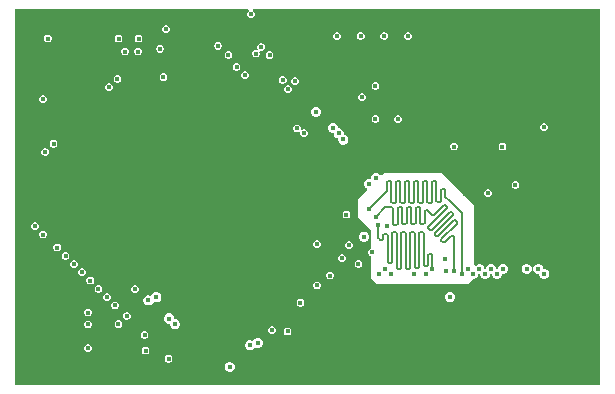
<source format=gbl>
G04*
G04 #@! TF.GenerationSoftware,Altium Limited,Altium Designer,24.5.2 (23)*
G04*
G04 Layer_Physical_Order=4*
G04 Layer_Color=16711680*
%FSLAX44Y44*%
%MOMM*%
G71*
G04*
G04 #@! TF.SameCoordinates,69858205-0F2E-4D39-B2D1-A8915E6FFAA9*
G04*
G04*
G04 #@! TF.FilePolarity,Positive*
G04*
G01*
G75*
%ADD15C,0.1270*%
%ADD73C,0.4500*%
G36*
X334961Y-159961D02*
X-160961D01*
X-160961Y157961D01*
X36751Y157961D01*
X37072Y157014D01*
X37095Y156691D01*
X36245Y155841D01*
X35750Y154647D01*
Y153354D01*
X36245Y152159D01*
X37159Y151245D01*
X38354Y150750D01*
X39646D01*
X40841Y151245D01*
X41755Y152159D01*
X42250Y153354D01*
Y154647D01*
X41755Y155841D01*
X40905Y156691D01*
X40928Y157014D01*
X41249Y157961D01*
X334961Y157961D01*
X334961Y-159961D01*
D02*
G37*
%LPC*%
G36*
X-32353Y144250D02*
X-33646D01*
X-34841Y143755D01*
X-35755Y142841D01*
X-36250Y141646D01*
Y140354D01*
X-35755Y139159D01*
X-34841Y138245D01*
X-33646Y137750D01*
X-32353D01*
X-31159Y138245D01*
X-30245Y139159D01*
X-29750Y140354D01*
Y141646D01*
X-30245Y142841D01*
X-31159Y143755D01*
X-32353Y144250D01*
D02*
G37*
G36*
X172647Y138250D02*
X171354D01*
X170159Y137755D01*
X169245Y136841D01*
X168750Y135647D01*
Y134354D01*
X169245Y133159D01*
X170159Y132245D01*
X171354Y131750D01*
X172647D01*
X173841Y132245D01*
X174755Y133159D01*
X175250Y134354D01*
Y135647D01*
X174755Y136841D01*
X173841Y137755D01*
X172647Y138250D01*
D02*
G37*
G36*
X132647Y138250D02*
X131354D01*
X130159Y137755D01*
X129245Y136841D01*
X128750Y135647D01*
Y134354D01*
X129245Y133159D01*
X130159Y132245D01*
X131354Y131750D01*
X132647D01*
X133841Y132245D01*
X134755Y133159D01*
X135250Y134354D01*
Y135647D01*
X134755Y136841D01*
X133841Y137755D01*
X132647Y138250D01*
D02*
G37*
G36*
X152646Y138250D02*
X151353D01*
X150159Y137755D01*
X149245Y136841D01*
X148750Y135646D01*
Y134354D01*
X149245Y133159D01*
X150159Y132245D01*
X151353Y131750D01*
X152646D01*
X153841Y132245D01*
X154755Y133159D01*
X155250Y134354D01*
Y135646D01*
X154755Y136841D01*
X153841Y137755D01*
X152646Y138250D01*
D02*
G37*
G36*
X112646D02*
X111353D01*
X110159Y137755D01*
X109245Y136841D01*
X108750Y135646D01*
Y134354D01*
X109245Y133159D01*
X110159Y132245D01*
X111353Y131750D01*
X112646D01*
X113841Y132245D01*
X114755Y133159D01*
X115250Y134354D01*
Y135646D01*
X114755Y136841D01*
X113841Y137755D01*
X112646Y138250D01*
D02*
G37*
G36*
X-55353Y136250D02*
X-56646D01*
X-57841Y135755D01*
X-58755Y134841D01*
X-59250Y133646D01*
Y132353D01*
X-58755Y131159D01*
X-57841Y130245D01*
X-56646Y129750D01*
X-55353D01*
X-54159Y130245D01*
X-53245Y131159D01*
X-52750Y132353D01*
Y133646D01*
X-53245Y134841D01*
X-54159Y135755D01*
X-55353Y136250D01*
D02*
G37*
G36*
X-72354D02*
X-73646D01*
X-74841Y135755D01*
X-75755Y134841D01*
X-76250Y133646D01*
Y132353D01*
X-75755Y131159D01*
X-74841Y130245D01*
X-73646Y129750D01*
X-72354D01*
X-71159Y130245D01*
X-70245Y131159D01*
X-69750Y132353D01*
Y133646D01*
X-70245Y134841D01*
X-71159Y135755D01*
X-72354Y136250D01*
D02*
G37*
G36*
X-132353D02*
X-133646D01*
X-134841Y135755D01*
X-135755Y134841D01*
X-136250Y133646D01*
Y132353D01*
X-135755Y131159D01*
X-134841Y130245D01*
X-133646Y129750D01*
X-132353D01*
X-131159Y130245D01*
X-130245Y131159D01*
X-129750Y132353D01*
Y133646D01*
X-130245Y134841D01*
X-131159Y135755D01*
X-132353Y136250D01*
D02*
G37*
G36*
X11681Y130250D02*
X10388D01*
X9194Y129755D01*
X8280Y128841D01*
X7785Y127647D01*
Y126354D01*
X8280Y125159D01*
X9194Y124245D01*
X10388Y123750D01*
X11681D01*
X12876Y124245D01*
X13790Y125159D01*
X14285Y126354D01*
Y127647D01*
X13790Y128841D01*
X12876Y129755D01*
X11681Y130250D01*
D02*
G37*
G36*
X48535Y129139D02*
X47242D01*
X46048Y128644D01*
X45133Y127730D01*
X44639Y126535D01*
Y125242D01*
X44932Y124533D01*
X43961Y123561D01*
X43886Y123592D01*
X42594D01*
X41399Y123097D01*
X40485Y122183D01*
X39990Y120988D01*
Y119696D01*
X40485Y118501D01*
X41399Y117587D01*
X42594Y117092D01*
X43886D01*
X45081Y117587D01*
X45995Y118501D01*
X46490Y119696D01*
Y120988D01*
X46196Y121697D01*
X47168Y122669D01*
X47242Y122639D01*
X48535D01*
X49730Y123133D01*
X50644Y124048D01*
X51139Y125242D01*
Y126535D01*
X50644Y127730D01*
X49730Y128644D01*
X48535Y129139D01*
D02*
G37*
G36*
X-37075Y127660D02*
X-38368D01*
X-39562Y127165D01*
X-40476Y126251D01*
X-40971Y125056D01*
Y123763D01*
X-40476Y122569D01*
X-39562Y121655D01*
X-38368Y121160D01*
X-37075D01*
X-35880Y121655D01*
X-34966Y122569D01*
X-34471Y123763D01*
Y125056D01*
X-34966Y126251D01*
X-35880Y127165D01*
X-37075Y127660D01*
D02*
G37*
G36*
X-55753Y125250D02*
X-57046D01*
X-58241Y124755D01*
X-59155Y123841D01*
X-59650Y122647D01*
Y121354D01*
X-59155Y120159D01*
X-58241Y119245D01*
X-57046Y118750D01*
X-55753D01*
X-54559Y119245D01*
X-53645Y120159D01*
X-53150Y121354D01*
Y122647D01*
X-53645Y123841D01*
X-54559Y124755D01*
X-55753Y125250D01*
D02*
G37*
G36*
X-66954Y125250D02*
X-68246D01*
X-69441Y124755D01*
X-70355Y123841D01*
X-70850Y122646D01*
Y121353D01*
X-70355Y120159D01*
X-69441Y119245D01*
X-68246Y118750D01*
X-66954D01*
X-65759Y119245D01*
X-64845Y120159D01*
X-64350Y121353D01*
Y122646D01*
X-64845Y123841D01*
X-65759Y124755D01*
X-66954Y125250D01*
D02*
G37*
G36*
X20647Y122245D02*
X19354D01*
X18159Y121750D01*
X17245Y120836D01*
X16750Y119641D01*
Y118348D01*
X17245Y117154D01*
X18159Y116240D01*
X19354Y115745D01*
X20647D01*
X21841Y116240D01*
X22755Y117154D01*
X23250Y118348D01*
Y119641D01*
X22755Y120836D01*
X21841Y121750D01*
X20647Y122245D01*
D02*
G37*
G36*
X55535Y122139D02*
X54242D01*
X53048Y121644D01*
X52133Y120730D01*
X51639Y119535D01*
Y118242D01*
X52133Y117048D01*
X53048Y116133D01*
X54242Y115639D01*
X55535D01*
X56730Y116133D01*
X57644Y117048D01*
X58139Y118242D01*
Y119535D01*
X57644Y120730D01*
X56730Y121644D01*
X55535Y122139D01*
D02*
G37*
G36*
X27647Y112250D02*
X26353D01*
X25159Y111755D01*
X24245Y110841D01*
X23750Y109647D01*
Y108354D01*
X24245Y107159D01*
X25159Y106245D01*
X26353Y105750D01*
X27647D01*
X28841Y106245D01*
X29755Y107159D01*
X30250Y108354D01*
Y109647D01*
X29755Y110841D01*
X28841Y111755D01*
X27647Y112250D01*
D02*
G37*
G36*
X34646Y105250D02*
X33354D01*
X32159Y104755D01*
X31245Y103841D01*
X30750Y102647D01*
Y101354D01*
X31245Y100159D01*
X32159Y99245D01*
X33354Y98750D01*
X34646D01*
X35841Y99245D01*
X36755Y100159D01*
X37250Y101354D01*
Y102647D01*
X36755Y103841D01*
X35841Y104755D01*
X34646Y105250D01*
D02*
G37*
G36*
X-34354Y103460D02*
X-35647D01*
X-36841Y102965D01*
X-37755Y102051D01*
X-38250Y100856D01*
Y99564D01*
X-37755Y98369D01*
X-36841Y97455D01*
X-35647Y96960D01*
X-34354D01*
X-33159Y97455D01*
X-32245Y98369D01*
X-31750Y99564D01*
Y100856D01*
X-32245Y102051D01*
X-33159Y102965D01*
X-34354Y103460D01*
D02*
G37*
G36*
X-73242Y102139D02*
X-74535D01*
X-75730Y101644D01*
X-76644Y100730D01*
X-77139Y99535D01*
Y98242D01*
X-76644Y97048D01*
X-75730Y96133D01*
X-74535Y95639D01*
X-73242D01*
X-72048Y96133D01*
X-71133Y97048D01*
X-70639Y98242D01*
Y99535D01*
X-71133Y100730D01*
X-72048Y101644D01*
X-73242Y102139D01*
D02*
G37*
G36*
X66611Y101171D02*
X65318D01*
X64124Y100676D01*
X63209Y99762D01*
X62715Y98567D01*
Y97274D01*
X63209Y96080D01*
X64124Y95166D01*
X65318Y94671D01*
X66611D01*
X67806Y95166D01*
X68720Y96080D01*
X69215Y97274D01*
Y98567D01*
X68720Y99762D01*
X67806Y100676D01*
X66611Y101171D01*
D02*
G37*
G36*
X77061Y100431D02*
X75768D01*
X74573Y99937D01*
X73659Y99022D01*
X73164Y97828D01*
Y96535D01*
X73659Y95340D01*
X74573Y94426D01*
X75768Y93931D01*
X77061D01*
X78255Y94426D01*
X79169Y95340D01*
X79664Y96535D01*
Y97828D01*
X79169Y99022D01*
X78255Y99937D01*
X77061Y100431D01*
D02*
G37*
G36*
X145146Y96250D02*
X143853D01*
X142659Y95755D01*
X141745Y94841D01*
X141250Y93647D01*
Y92354D01*
X141745Y91159D01*
X142659Y90245D01*
X143853Y89750D01*
X145146D01*
X146341Y90245D01*
X147255Y91159D01*
X147750Y92354D01*
Y93647D01*
X147255Y94841D01*
X146341Y95755D01*
X145146Y96250D01*
D02*
G37*
G36*
X-80242Y95139D02*
X-81535D01*
X-82730Y94644D01*
X-83644Y93730D01*
X-84139Y92535D01*
Y91242D01*
X-83644Y90048D01*
X-82730Y89133D01*
X-81535Y88639D01*
X-80242D01*
X-79048Y89133D01*
X-78134Y90048D01*
X-77639Y91242D01*
Y92535D01*
X-78134Y93730D01*
X-79048Y94644D01*
X-80242Y95139D01*
D02*
G37*
G36*
X71252Y93655D02*
X69960D01*
X68765Y93160D01*
X67851Y92246D01*
X67356Y91051D01*
Y89759D01*
X67851Y88564D01*
X68765Y87650D01*
X69960Y87155D01*
X71252D01*
X72447Y87650D01*
X73361Y88564D01*
X73856Y89759D01*
Y91051D01*
X73361Y92246D01*
X72447Y93160D01*
X71252Y93655D01*
D02*
G37*
G36*
X133647Y86650D02*
X132354D01*
X131159Y86155D01*
X130245Y85241D01*
X129750Y84046D01*
Y82753D01*
X130245Y81559D01*
X131159Y80645D01*
X132354Y80150D01*
X133647D01*
X134841Y80645D01*
X135756Y81559D01*
X136250Y82753D01*
Y84046D01*
X135756Y85241D01*
X134841Y86155D01*
X133647Y86650D01*
D02*
G37*
G36*
X-136354Y85250D02*
X-137647D01*
X-138841Y84755D01*
X-139755Y83841D01*
X-140250Y82646D01*
Y81354D01*
X-139755Y80159D01*
X-138841Y79245D01*
X-137647Y78750D01*
X-136354D01*
X-135159Y79245D01*
X-134245Y80159D01*
X-133750Y81354D01*
Y82646D01*
X-134245Y83841D01*
X-135159Y84755D01*
X-136354Y85250D01*
D02*
G37*
G36*
X94845Y75250D02*
X93155D01*
X91593Y74603D01*
X90397Y73407D01*
X89750Y71845D01*
Y70155D01*
X90397Y68593D01*
X91593Y67397D01*
X93155Y66750D01*
X94845D01*
X96407Y67397D01*
X97603Y68593D01*
X98250Y70155D01*
Y71845D01*
X97603Y73407D01*
X96407Y74603D01*
X94845Y75250D01*
D02*
G37*
G36*
X164146Y68250D02*
X162854D01*
X161659Y67755D01*
X160745Y66841D01*
X160250Y65647D01*
Y64354D01*
X160745Y63159D01*
X161659Y62245D01*
X162854Y61750D01*
X164146D01*
X165341Y62245D01*
X166255Y63159D01*
X166750Y64354D01*
Y65647D01*
X166255Y66841D01*
X165341Y67755D01*
X164146Y68250D01*
D02*
G37*
G36*
X145146D02*
X143853D01*
X142659Y67755D01*
X141745Y66841D01*
X141250Y65647D01*
Y64354D01*
X141745Y63159D01*
X142659Y62245D01*
X143853Y61750D01*
X145146D01*
X146341Y62245D01*
X147255Y63159D01*
X147750Y64354D01*
Y65647D01*
X147255Y66841D01*
X146341Y67755D01*
X145146Y68250D01*
D02*
G37*
G36*
X287896Y61250D02*
X286604D01*
X285409Y60755D01*
X284495Y59841D01*
X284000Y58646D01*
Y57354D01*
X284495Y56159D01*
X285409Y55245D01*
X286604Y54750D01*
X287896D01*
X289091Y55245D01*
X290005Y56159D01*
X290500Y57354D01*
Y58646D01*
X290005Y59841D01*
X289091Y60755D01*
X287896Y61250D01*
D02*
G37*
G36*
X78646Y60250D02*
X77353D01*
X76159Y59755D01*
X75245Y58841D01*
X74750Y57646D01*
Y56353D01*
X75245Y55159D01*
X76159Y54245D01*
X77353Y53750D01*
X78646D01*
X79578Y54136D01*
X80132Y53905D01*
X80312Y53785D01*
X80750Y53358D01*
Y52354D01*
X81245Y51159D01*
X82159Y50245D01*
X83354Y49750D01*
X84647D01*
X85841Y50245D01*
X86755Y51159D01*
X87250Y52354D01*
Y53646D01*
X86755Y54841D01*
X85841Y55755D01*
X84647Y56250D01*
X83354D01*
X82422Y55864D01*
X81868Y56095D01*
X81688Y56215D01*
X81250Y56642D01*
Y57646D01*
X80755Y58841D01*
X79841Y59755D01*
X78646Y60250D01*
D02*
G37*
G36*
X109466Y61411D02*
X107775D01*
X106213Y60764D01*
X105018Y59569D01*
X104371Y58007D01*
Y56316D01*
X105018Y54754D01*
X106213Y53558D01*
X107775Y52911D01*
X109075D01*
Y51830D01*
X109722Y50268D01*
X110917Y49072D01*
X111918Y48658D01*
X112479Y48425D01*
X113092Y47184D01*
Y46720D01*
X113739Y45158D01*
X114934Y43962D01*
X116496Y43315D01*
X118187D01*
X119749Y43962D01*
X120945Y45158D01*
X121592Y46720D01*
Y48411D01*
X120945Y49973D01*
X119749Y51168D01*
X118748Y51583D01*
X118187Y51815D01*
X117575Y53057D01*
Y53521D01*
X116927Y55083D01*
X115732Y56278D01*
X114170Y56925D01*
X112871D01*
Y58007D01*
X112224Y59569D01*
X111028Y60764D01*
X109466Y61411D01*
D02*
G37*
G36*
X-127353Y47250D02*
X-128646D01*
X-129841Y46755D01*
X-130755Y45841D01*
X-131250Y44646D01*
Y43354D01*
X-130755Y42159D01*
X-129841Y41245D01*
X-128646Y40750D01*
X-127353D01*
X-126159Y41245D01*
X-125245Y42159D01*
X-124750Y43354D01*
Y44646D01*
X-125245Y45841D01*
X-126159Y46755D01*
X-127353Y47250D01*
D02*
G37*
G36*
X252647Y44850D02*
X251354D01*
X250159Y44355D01*
X249245Y43441D01*
X248750Y42247D01*
Y40954D01*
X249245Y39759D01*
X250159Y38845D01*
X251354Y38350D01*
X252647D01*
X253841Y38845D01*
X254755Y39759D01*
X255250Y40954D01*
Y42247D01*
X254755Y43441D01*
X253841Y44355D01*
X252647Y44850D01*
D02*
G37*
G36*
X211646Y44850D02*
X210354D01*
X209159Y44355D01*
X208245Y43441D01*
X207750Y42246D01*
Y40953D01*
X208245Y39759D01*
X209159Y38845D01*
X210354Y38350D01*
X211646D01*
X212841Y38845D01*
X213755Y39759D01*
X214250Y40953D01*
Y42246D01*
X213755Y43441D01*
X212841Y44355D01*
X211646Y44850D01*
D02*
G37*
G36*
X-134354Y40250D02*
X-135646D01*
X-136841Y39755D01*
X-137755Y38841D01*
X-138250Y37647D01*
Y36353D01*
X-137755Y35159D01*
X-136841Y34245D01*
X-135646Y33750D01*
X-134354D01*
X-133159Y34245D01*
X-132245Y35159D01*
X-131750Y36353D01*
Y37647D01*
X-132245Y38841D01*
X-133159Y39755D01*
X-134354Y40250D01*
D02*
G37*
G36*
X263647Y12250D02*
X262354D01*
X261159Y11755D01*
X260245Y10841D01*
X259750Y9646D01*
Y8354D01*
X260245Y7159D01*
X261159Y6245D01*
X262354Y5750D01*
X263647D01*
X264841Y6245D01*
X265755Y7159D01*
X266250Y8354D01*
Y9646D01*
X265755Y10841D01*
X264841Y11755D01*
X263647Y12250D01*
D02*
G37*
G36*
X240646Y5650D02*
X239353D01*
X238159Y5155D01*
X237245Y4241D01*
X236750Y3047D01*
Y1754D01*
X237245Y559D01*
X238159Y-355D01*
X239353Y-850D01*
X240646D01*
X241841Y-355D01*
X242755Y559D01*
X243250Y1754D01*
Y3047D01*
X242755Y4241D01*
X241841Y5155D01*
X240646Y5650D01*
D02*
G37*
G36*
X120646Y-12750D02*
X119354D01*
X118159Y-13245D01*
X117245Y-14159D01*
X116750Y-15353D01*
Y-16646D01*
X117245Y-17841D01*
X118159Y-18755D01*
X119354Y-19250D01*
X120646D01*
X121841Y-18755D01*
X122755Y-17841D01*
X123250Y-16646D01*
Y-15353D01*
X122755Y-14159D01*
X121841Y-13245D01*
X120646Y-12750D01*
D02*
G37*
G36*
X-143242Y-22639D02*
X-144535D01*
X-145730Y-23133D01*
X-146644Y-24048D01*
X-147139Y-25242D01*
Y-26535D01*
X-146644Y-27729D01*
X-145730Y-28644D01*
X-144535Y-29139D01*
X-143242D01*
X-142048Y-28644D01*
X-141133Y-27729D01*
X-140639Y-26535D01*
Y-25242D01*
X-141133Y-24048D01*
X-142048Y-23133D01*
X-143242Y-22639D01*
D02*
G37*
G36*
X-136354Y-29750D02*
X-137647D01*
X-138841Y-30245D01*
X-139755Y-31159D01*
X-140250Y-32354D01*
Y-33647D01*
X-139755Y-34841D01*
X-138841Y-35755D01*
X-137647Y-36250D01*
X-136354D01*
X-135159Y-35755D01*
X-134245Y-34841D01*
X-133750Y-33647D01*
Y-32354D01*
X-134245Y-31159D01*
X-135159Y-30245D01*
X-136354Y-29750D01*
D02*
G37*
G36*
X135845Y-30520D02*
X134155D01*
X132593Y-31167D01*
X131397Y-32363D01*
X130750Y-33925D01*
Y-35615D01*
X131397Y-37177D01*
X132593Y-38373D01*
X134155Y-39020D01*
X135845D01*
X137407Y-38373D01*
X138603Y-37177D01*
X139250Y-35615D01*
Y-33925D01*
X138603Y-32363D01*
X137407Y-31167D01*
X135845Y-30520D01*
D02*
G37*
G36*
X95646Y-37750D02*
X94354D01*
X93159Y-38245D01*
X92245Y-39159D01*
X91750Y-40353D01*
Y-41646D01*
X92245Y-42841D01*
X93159Y-43755D01*
X94354Y-44250D01*
X95646D01*
X96841Y-43755D01*
X97755Y-42841D01*
X98250Y-41646D01*
Y-40353D01*
X97755Y-39159D01*
X96841Y-38245D01*
X95646Y-37750D01*
D02*
G37*
G36*
X122838Y-38750D02*
X121545D01*
X120351Y-39245D01*
X119437Y-40159D01*
X118942Y-41354D01*
Y-42646D01*
X119437Y-43841D01*
X120351Y-44755D01*
X121545Y-45250D01*
X122838D01*
X124033Y-44755D01*
X124947Y-43841D01*
X125442Y-42646D01*
Y-41354D01*
X124947Y-40159D01*
X124033Y-39245D01*
X122838Y-38750D01*
D02*
G37*
G36*
X-124242Y-40639D02*
X-125535D01*
X-126730Y-41134D01*
X-127644Y-42048D01*
X-128139Y-43242D01*
Y-44535D01*
X-127644Y-45730D01*
X-126730Y-46644D01*
X-125535Y-47139D01*
X-124242D01*
X-123048Y-46644D01*
X-122134Y-45730D01*
X-121639Y-44535D01*
Y-43242D01*
X-122134Y-42048D01*
X-123048Y-41134D01*
X-124242Y-40639D01*
D02*
G37*
G36*
X-117242Y-47639D02*
X-118535D01*
X-119730Y-48134D01*
X-120644Y-49048D01*
X-121139Y-50242D01*
Y-51535D01*
X-120644Y-52730D01*
X-119730Y-53644D01*
X-118535Y-54139D01*
X-117242D01*
X-116048Y-53644D01*
X-115134Y-52730D01*
X-114639Y-51535D01*
Y-50242D01*
X-115134Y-49048D01*
X-116048Y-48134D01*
X-117242Y-47639D01*
D02*
G37*
G36*
X116646Y-49750D02*
X115353D01*
X114159Y-50245D01*
X113245Y-51159D01*
X112750Y-52354D01*
Y-53646D01*
X113245Y-54841D01*
X114159Y-55755D01*
X115353Y-56250D01*
X116646D01*
X117841Y-55755D01*
X118755Y-54841D01*
X119250Y-53646D01*
Y-52354D01*
X118755Y-51159D01*
X117841Y-50245D01*
X116646Y-49750D01*
D02*
G37*
G36*
X-110243Y-54639D02*
X-111535D01*
X-112730Y-55133D01*
X-113644Y-56048D01*
X-114139Y-57242D01*
Y-58535D01*
X-113644Y-59730D01*
X-112730Y-60644D01*
X-111535Y-61139D01*
X-110243D01*
X-109048Y-60644D01*
X-108134Y-59730D01*
X-107639Y-58535D01*
Y-57242D01*
X-108134Y-56048D01*
X-109048Y-55133D01*
X-110243Y-54639D01*
D02*
G37*
G36*
X130704Y-54750D02*
X129411D01*
X128217Y-55245D01*
X127302Y-56159D01*
X126808Y-57354D01*
Y-58646D01*
X127302Y-59841D01*
X128217Y-60755D01*
X129411Y-61250D01*
X130704D01*
X131898Y-60755D01*
X132813Y-59841D01*
X133308Y-58646D01*
Y-57354D01*
X132813Y-56159D01*
X131898Y-55245D01*
X130704Y-54750D01*
D02*
G37*
G36*
X273345Y-57750D02*
X271655D01*
X270093Y-58397D01*
X268897Y-59593D01*
X268250Y-61155D01*
Y-62845D01*
X268897Y-64407D01*
X270093Y-65603D01*
X271655Y-66250D01*
X273345D01*
X274907Y-65603D01*
X276103Y-64407D01*
X276750Y-62845D01*
Y-61155D01*
X276103Y-59593D01*
X274907Y-58397D01*
X273345Y-57750D01*
D02*
G37*
G36*
X-103243Y-61639D02*
X-104535D01*
X-105730Y-62133D01*
X-106644Y-63048D01*
X-107139Y-64242D01*
Y-65535D01*
X-106644Y-66730D01*
X-105730Y-67644D01*
X-104535Y-68139D01*
X-103243D01*
X-102048Y-67644D01*
X-101134Y-66730D01*
X-100639Y-65535D01*
Y-64242D01*
X-101134Y-63048D01*
X-102048Y-62133D01*
X-103243Y-61639D01*
D02*
G37*
G36*
X283345Y-57750D02*
X281655D01*
X280093Y-58397D01*
X278897Y-59593D01*
X278250Y-61155D01*
Y-62845D01*
X278897Y-64407D01*
X280093Y-65603D01*
X281655Y-66250D01*
X283250D01*
Y-67185D01*
X283897Y-68747D01*
X285093Y-69942D01*
X286655Y-70589D01*
X288345D01*
X289907Y-69942D01*
X291103Y-68747D01*
X291750Y-67185D01*
Y-65494D01*
X291103Y-63932D01*
X289907Y-62737D01*
X288345Y-62090D01*
X286750D01*
Y-61155D01*
X286103Y-59593D01*
X284907Y-58397D01*
X283345Y-57750D01*
D02*
G37*
G36*
X145845Y19250D02*
X144155D01*
X142593Y18603D01*
X141397Y17407D01*
X140750Y15845D01*
Y15250D01*
X139845Y14250D01*
X138155D01*
X136593Y13603D01*
X135397Y12407D01*
X134750Y10845D01*
Y9155D01*
X135397Y7593D01*
X136593Y6397D01*
X137306Y6102D01*
X137604Y4604D01*
X130000Y-3000D01*
Y-18000D01*
X141000Y-29000D01*
Y-44793D01*
X139909Y-45245D01*
X138995Y-46159D01*
X138500Y-47354D01*
Y-48646D01*
X138995Y-49841D01*
X139909Y-50755D01*
X141000Y-51207D01*
Y-70000D01*
X146000Y-75000D01*
X223000D01*
X227411Y-70589D01*
X228346D01*
X229907Y-69942D01*
X231103Y-68747D01*
X231750Y-67185D01*
Y-66250D01*
X233250D01*
Y-67185D01*
X233897Y-68747D01*
X235093Y-69942D01*
X236655Y-70589D01*
X238346D01*
X239907Y-69942D01*
X241103Y-68747D01*
X241750Y-67185D01*
Y-66250D01*
X243250D01*
Y-67185D01*
X243897Y-68747D01*
X245093Y-69942D01*
X246655Y-70589D01*
X248346D01*
X249907Y-69942D01*
X251103Y-68747D01*
X251750Y-67185D01*
Y-66250D01*
X253345D01*
X254907Y-65603D01*
X256103Y-64407D01*
X256750Y-62845D01*
Y-61155D01*
X256103Y-59593D01*
X254907Y-58397D01*
X253345Y-57750D01*
X251655D01*
X250093Y-58397D01*
X248897Y-59593D01*
X248250Y-61155D01*
Y-62090D01*
X246750D01*
Y-61155D01*
X246103Y-59593D01*
X244907Y-58397D01*
X243345Y-57750D01*
X241655D01*
X240093Y-58397D01*
X238897Y-59593D01*
X238250Y-61155D01*
Y-62090D01*
X236750D01*
Y-61155D01*
X236103Y-59593D01*
X234907Y-58397D01*
X233346Y-57750D01*
X231655D01*
X230093Y-58397D01*
X229270Y-59220D01*
X228000Y-58694D01*
Y-8000D01*
X201000Y19000D01*
X152000D01*
X149940Y16940D01*
X148694Y17187D01*
X148603Y17407D01*
X147407Y18603D01*
X145845Y19250D01*
D02*
G37*
G36*
X106647Y-64350D02*
X105354D01*
X104159Y-64845D01*
X103245Y-65759D01*
X102750Y-66954D01*
Y-68247D01*
X103245Y-69441D01*
X104159Y-70355D01*
X105354Y-70850D01*
X106647D01*
X107841Y-70355D01*
X108755Y-69441D01*
X109250Y-68247D01*
Y-66954D01*
X108755Y-65759D01*
X107841Y-64845D01*
X106647Y-64350D01*
D02*
G37*
G36*
X-96243Y-68639D02*
X-97535D01*
X-98730Y-69133D01*
X-99644Y-70048D01*
X-100139Y-71242D01*
Y-72535D01*
X-99644Y-73730D01*
X-98730Y-74644D01*
X-97535Y-75139D01*
X-96243D01*
X-95048Y-74644D01*
X-94134Y-73730D01*
X-93639Y-72535D01*
Y-71242D01*
X-94134Y-70048D01*
X-95048Y-69133D01*
X-96243Y-68639D01*
D02*
G37*
G36*
X95646Y-72750D02*
X94354D01*
X93159Y-73245D01*
X92245Y-74159D01*
X91750Y-75353D01*
Y-76646D01*
X92245Y-77841D01*
X93159Y-78755D01*
X94354Y-79250D01*
X95646D01*
X96841Y-78755D01*
X97755Y-77841D01*
X98250Y-76646D01*
Y-75353D01*
X97755Y-74159D01*
X96841Y-73245D01*
X95646Y-72750D01*
D02*
G37*
G36*
X-58354Y-75750D02*
X-59647D01*
X-60841Y-76245D01*
X-61755Y-77159D01*
X-62250Y-78354D01*
Y-79646D01*
X-61755Y-80841D01*
X-60841Y-81755D01*
X-59647Y-82250D01*
X-58354D01*
X-57159Y-81755D01*
X-56245Y-80841D01*
X-55750Y-79646D01*
Y-78354D01*
X-56245Y-77159D01*
X-57159Y-76245D01*
X-58354Y-75750D01*
D02*
G37*
G36*
X-89354D02*
X-90646D01*
X-91841Y-76245D01*
X-92755Y-77159D01*
X-93250Y-78354D01*
Y-79646D01*
X-92755Y-80841D01*
X-91841Y-81755D01*
X-90646Y-82250D01*
X-89354D01*
X-88159Y-81755D01*
X-87245Y-80841D01*
X-86750Y-79646D01*
Y-78354D01*
X-87245Y-77159D01*
X-88159Y-76245D01*
X-89354Y-75750D01*
D02*
G37*
G36*
X-40155Y-81750D02*
X-41845D01*
X-43407Y-82397D01*
X-44603Y-83593D01*
X-44736Y-83913D01*
X-46387Y-84581D01*
X-46822Y-84401D01*
X-48513D01*
X-50075Y-85048D01*
X-51270Y-86243D01*
X-51917Y-87806D01*
Y-89496D01*
X-51270Y-91058D01*
X-50075Y-92254D01*
X-48513Y-92901D01*
X-46822D01*
X-45260Y-92254D01*
X-44064Y-91058D01*
X-43932Y-90738D01*
X-42280Y-90070D01*
X-41845Y-90250D01*
X-40155D01*
X-38593Y-89603D01*
X-37397Y-88407D01*
X-36750Y-86845D01*
Y-85155D01*
X-37397Y-83593D01*
X-38593Y-82397D01*
X-40155Y-81750D01*
D02*
G37*
G36*
X-82134Y-82359D02*
X-83427D01*
X-84621Y-82853D01*
X-85535Y-83767D01*
X-86030Y-84962D01*
Y-86255D01*
X-85535Y-87449D01*
X-84621Y-88364D01*
X-83427Y-88858D01*
X-82134D01*
X-80939Y-88364D01*
X-80025Y-87449D01*
X-79530Y-86255D01*
Y-84962D01*
X-80025Y-83767D01*
X-80939Y-82853D01*
X-82134Y-82359D01*
D02*
G37*
G36*
X208345Y-81750D02*
X206655D01*
X205093Y-82397D01*
X203897Y-83593D01*
X203250Y-85155D01*
Y-86845D01*
X203897Y-88407D01*
X205093Y-89603D01*
X206655Y-90250D01*
X208345D01*
X209907Y-89603D01*
X211103Y-88407D01*
X211750Y-86845D01*
Y-85155D01*
X211103Y-83593D01*
X209907Y-82397D01*
X208345Y-81750D01*
D02*
G37*
G36*
X81646Y-87350D02*
X80353D01*
X79159Y-87845D01*
X78245Y-88759D01*
X77750Y-89953D01*
Y-91246D01*
X78245Y-92441D01*
X79159Y-93355D01*
X80353Y-93850D01*
X81646D01*
X82841Y-93355D01*
X83755Y-92441D01*
X84250Y-91246D01*
Y-89953D01*
X83755Y-88759D01*
X82841Y-87845D01*
X81646Y-87350D01*
D02*
G37*
G36*
X-75242Y-89639D02*
X-76535D01*
X-77730Y-90134D01*
X-78644Y-91048D01*
X-79139Y-92242D01*
Y-93535D01*
X-78644Y-94730D01*
X-77730Y-95644D01*
X-76535Y-96139D01*
X-75242D01*
X-74048Y-95644D01*
X-73133Y-94730D01*
X-72639Y-93535D01*
Y-92242D01*
X-73133Y-91048D01*
X-74048Y-90134D01*
X-75242Y-89639D01*
D02*
G37*
G36*
X-98354Y-95750D02*
X-99647D01*
X-100841Y-96245D01*
X-101755Y-97159D01*
X-102250Y-98354D01*
Y-99647D01*
X-101755Y-100841D01*
X-100841Y-101755D01*
X-99647Y-102250D01*
X-98354D01*
X-97159Y-101755D01*
X-96245Y-100841D01*
X-95750Y-99647D01*
Y-98354D01*
X-96245Y-97159D01*
X-97159Y-96245D01*
X-98354Y-95750D01*
D02*
G37*
G36*
X-65465Y-98639D02*
X-66757D01*
X-67952Y-99133D01*
X-68866Y-100048D01*
X-69361Y-101242D01*
Y-102535D01*
X-68866Y-103730D01*
X-67952Y-104644D01*
X-66757Y-105139D01*
X-65465D01*
X-64270Y-104644D01*
X-63356Y-103730D01*
X-62861Y-102535D01*
Y-101242D01*
X-63356Y-100048D01*
X-64270Y-99133D01*
X-65465Y-98639D01*
D02*
G37*
G36*
X-72465Y-105639D02*
X-73758D01*
X-74952Y-106134D01*
X-75866Y-107048D01*
X-76361Y-108243D01*
Y-109535D01*
X-75866Y-110730D01*
X-74952Y-111644D01*
X-73758Y-112139D01*
X-72465D01*
X-71270Y-111644D01*
X-70356Y-110730D01*
X-69861Y-109535D01*
Y-108243D01*
X-70356Y-107048D01*
X-71270Y-106134D01*
X-72465Y-105639D01*
D02*
G37*
G36*
X-98354Y-105750D02*
X-99647D01*
X-100841Y-106245D01*
X-101755Y-107159D01*
X-102250Y-108354D01*
Y-109647D01*
X-101755Y-110841D01*
X-100841Y-111755D01*
X-99647Y-112250D01*
X-98354D01*
X-97159Y-111755D01*
X-96245Y-110841D01*
X-95750Y-109647D01*
Y-108354D01*
X-96245Y-107159D01*
X-97159Y-106245D01*
X-98354Y-105750D01*
D02*
G37*
G36*
X-29155Y-99750D02*
X-30845D01*
X-32407Y-100397D01*
X-33603Y-101592D01*
X-34250Y-103154D01*
Y-104845D01*
X-33603Y-106407D01*
X-32407Y-107603D01*
X-30845Y-108250D01*
X-29250D01*
Y-109845D01*
X-28603Y-111407D01*
X-27407Y-112603D01*
X-25845Y-113250D01*
X-24155D01*
X-22592Y-112603D01*
X-21397Y-111407D01*
X-20750Y-109845D01*
Y-108154D01*
X-21397Y-106592D01*
X-22592Y-105397D01*
X-24155Y-104750D01*
X-25750D01*
Y-103154D01*
X-26397Y-101592D01*
X-27592Y-100397D01*
X-29155Y-99750D01*
D02*
G37*
G36*
X57535Y-110527D02*
X56242D01*
X55048Y-111021D01*
X54134Y-111936D01*
X53639Y-113130D01*
Y-114423D01*
X54134Y-115618D01*
X55048Y-116532D01*
X56242Y-117027D01*
X57535D01*
X58730Y-116532D01*
X59644Y-115618D01*
X60139Y-114423D01*
Y-113130D01*
X59644Y-111936D01*
X58730Y-111021D01*
X57535Y-110527D01*
D02*
G37*
G36*
X70712Y-111684D02*
X69419D01*
X68225Y-112179D01*
X67311Y-113093D01*
X66816Y-114288D01*
Y-115581D01*
X67311Y-116775D01*
X68225Y-117689D01*
X69419Y-118184D01*
X70712D01*
X71907Y-117689D01*
X72821Y-116775D01*
X73316Y-115581D01*
Y-114288D01*
X72821Y-113093D01*
X71907Y-112179D01*
X70712Y-111684D01*
D02*
G37*
G36*
X-50242Y-114639D02*
X-51535D01*
X-52730Y-115134D01*
X-53644Y-116048D01*
X-54139Y-117242D01*
Y-118535D01*
X-53644Y-119730D01*
X-52730Y-120644D01*
X-51535Y-121139D01*
X-50242D01*
X-49048Y-120644D01*
X-48134Y-119730D01*
X-47639Y-118535D01*
Y-117242D01*
X-48134Y-116048D01*
X-49048Y-115134D01*
X-50242Y-114639D01*
D02*
G37*
G36*
X45659Y-120473D02*
X43969D01*
X42407Y-121120D01*
X41211Y-122315D01*
X39650Y-122766D01*
X39070Y-122525D01*
X37379D01*
X35817Y-123172D01*
X34622Y-124368D01*
X33975Y-125930D01*
Y-127621D01*
X34622Y-129183D01*
X35817Y-130378D01*
X37379Y-131025D01*
X39070D01*
X40632Y-130378D01*
X41828Y-129183D01*
X43389Y-128732D01*
X43969Y-128973D01*
X45659D01*
X47222Y-128326D01*
X48417Y-127130D01*
X49064Y-125568D01*
Y-123877D01*
X48417Y-122315D01*
X47222Y-121120D01*
X45659Y-120473D01*
D02*
G37*
G36*
X-98354Y-125750D02*
X-99647D01*
X-100841Y-126245D01*
X-101755Y-127159D01*
X-102250Y-128354D01*
Y-129647D01*
X-101755Y-130841D01*
X-100841Y-131755D01*
X-99647Y-132250D01*
X-98354D01*
X-97159Y-131755D01*
X-96245Y-130841D01*
X-95750Y-129647D01*
Y-128354D01*
X-96245Y-127159D01*
X-97159Y-126245D01*
X-98354Y-125750D01*
D02*
G37*
G36*
X-49465Y-127861D02*
X-50758D01*
X-51952Y-128356D01*
X-52867Y-129270D01*
X-53361Y-130465D01*
Y-131757D01*
X-52867Y-132952D01*
X-51952Y-133866D01*
X-50758Y-134361D01*
X-49465D01*
X-48270Y-133866D01*
X-47356Y-132952D01*
X-46861Y-131757D01*
Y-130465D01*
X-47356Y-129270D01*
X-48270Y-128356D01*
X-49465Y-127861D01*
D02*
G37*
G36*
X-29953Y-134750D02*
X-31246D01*
X-32441Y-135245D01*
X-33355Y-136159D01*
X-33850Y-137354D01*
Y-138647D01*
X-33355Y-139841D01*
X-32441Y-140755D01*
X-31246Y-141250D01*
X-29953D01*
X-28759Y-140755D01*
X-27845Y-139841D01*
X-27350Y-138647D01*
Y-137354D01*
X-27845Y-136159D01*
X-28759Y-135245D01*
X-29953Y-134750D01*
D02*
G37*
G36*
X21845Y-140750D02*
X20155D01*
X18593Y-141397D01*
X17397Y-142593D01*
X16750Y-144155D01*
Y-145845D01*
X17397Y-147407D01*
X18593Y-148603D01*
X20155Y-149250D01*
X21845D01*
X23407Y-148603D01*
X24603Y-147407D01*
X25250Y-145845D01*
Y-144155D01*
X24603Y-142593D01*
X23407Y-141397D01*
X21845Y-140750D01*
D02*
G37*
%LPD*%
D15*
X153000Y-10000D02*
X154000D01*
X145000Y-18000D02*
X153000Y-10000D01*
X211000Y-48000D02*
Y-35000D01*
X209961Y-33961D02*
X211000Y-35000D01*
X208613Y-33961D02*
X209961D01*
X203097Y-39477D02*
X208613Y-33961D01*
X201750Y-39477D02*
X203097D01*
X200403Y-38130D02*
X201750Y-39477D01*
X200403Y-38130D02*
Y-36783D01*
X213557Y-23629D01*
Y-22282D01*
X212210Y-20935D02*
X213557Y-22282D01*
X210863Y-20935D02*
X212210D01*
X197478Y-34320D02*
X210863Y-20935D01*
X196131Y-34320D02*
X197478D01*
X194784Y-32973D02*
X196131Y-34320D01*
X194784Y-32973D02*
Y-31626D01*
X210239Y-16171D01*
Y-14823D01*
X208892Y-13477D02*
X210239Y-14823D01*
X207545Y-13477D02*
X208892D01*
X192090Y-28932D02*
X207545Y-13477D01*
X190743Y-28932D02*
X192090D01*
X189396Y-27585D02*
X190743Y-28932D01*
X189396Y-27585D02*
Y-26238D01*
X204851Y-10782D01*
Y-9435D01*
X203504Y-8088D02*
X204851Y-9435D01*
X202157Y-8088D02*
X203504D01*
X193796Y-16449D02*
X202157Y-8088D01*
X192449Y-16449D02*
X193796D01*
X192449Y-16449D02*
X192449Y-16449D01*
X192000Y-16000D02*
X192449Y-16449D01*
X203763Y-763D02*
X207902Y-4902D01*
X203763Y-763D02*
Y4579D01*
X202810Y5532D02*
X203763Y4579D01*
X200905Y5532D02*
X202810D01*
X199953Y4579D02*
X200905Y5532D01*
X199953Y-4716D02*
Y4579D01*
X199000Y-5668D02*
X199953Y-4716D01*
X197095Y-5668D02*
X199000D01*
X196143Y-4716D02*
X197095Y-5668D01*
X196143Y-4716D02*
Y11680D01*
X195190Y12632D02*
X196143Y11680D01*
X193285Y12632D02*
X195190D01*
X192333Y11680D02*
X193285Y12632D01*
X192333Y-5081D02*
Y11680D01*
X191380Y-6033D02*
X192333Y-5081D01*
X189475Y-6033D02*
X191380D01*
X188523Y-5081D02*
X189475Y-6033D01*
X188523Y-5081D02*
Y11680D01*
X187570Y12632D02*
X188523Y11680D01*
X185665Y12632D02*
X187570D01*
X184713Y11680D02*
X185665Y12632D01*
X184713Y-5081D02*
Y11680D01*
X183760Y-6033D02*
X184713Y-5081D01*
X181855Y-6033D02*
X183760D01*
X180903Y-5081D02*
X181855Y-6033D01*
X180903Y-5081D02*
Y11680D01*
X179950Y12632D02*
X180903Y11680D01*
X178045Y12632D02*
X179950D01*
X177093Y11680D02*
X178045Y12632D01*
X177093Y-5081D02*
Y11680D01*
X176140Y-6033D02*
X177093Y-5081D01*
X174235Y-6033D02*
X176140D01*
X173283Y-5081D02*
X174235Y-6033D01*
X173283Y-5081D02*
Y11680D01*
X172330Y12632D02*
X173283Y11680D01*
X170425Y12632D02*
X172330D01*
X169473Y11680D02*
X170425Y12632D01*
X169473Y-5081D02*
Y11680D01*
X168520Y-6033D02*
X169473Y-5081D01*
X166615Y-6033D02*
X168520D01*
X165663Y-5081D02*
X166615Y-6033D01*
X165663Y-5081D02*
Y11680D01*
X164710Y12632D02*
X165663Y11680D01*
X162805Y12632D02*
X164710D01*
X161853Y11680D02*
X162805Y12632D01*
X161853Y-5081D02*
Y11680D01*
X160900Y-6033D02*
X161853Y-5081D01*
X158995Y-6033D02*
X160900D01*
X158043Y-5081D02*
X158995Y-6033D01*
X158043Y-5081D02*
Y11680D01*
X157090Y12632D02*
X158043Y11680D01*
X155185Y12632D02*
X157090D01*
X154233Y11680D02*
X155185Y12632D01*
X154233Y4233D02*
Y11680D01*
X152645Y2645D02*
X154233Y4233D01*
X148000Y-37000D02*
X148666Y-37666D01*
X150013D01*
X150965Y-36714D01*
Y-33273D01*
X151918Y-32321D01*
X153823D01*
X154775Y-33273D01*
Y-56414D02*
Y-33273D01*
Y-56414D02*
X155728Y-57367D01*
X157633D01*
X158585Y-56414D01*
Y-31706D01*
X159538Y-30753D01*
X161443D01*
X162395Y-31706D01*
Y-61041D02*
Y-31706D01*
Y-61041D02*
X163348Y-61994D01*
X165253D01*
X166205Y-61041D01*
Y-31706D01*
X167158Y-30753D01*
X169063D01*
X170015Y-31706D01*
Y-61418D02*
Y-31706D01*
Y-61418D02*
X170968Y-62371D01*
X172873D01*
X173825Y-61418D01*
Y-31706D01*
X174778Y-30753D01*
X176683D01*
X177635Y-31706D01*
Y-60502D02*
Y-31706D01*
Y-60502D02*
X178588Y-61455D01*
X180493D01*
X181445Y-60502D01*
Y-31706D01*
X182398Y-30753D01*
X184303D01*
X185255Y-31706D01*
Y-58606D02*
Y-31706D01*
Y-58606D02*
X186208Y-59559D01*
X188113D01*
X189065Y-58606D01*
Y-50317D01*
X190018Y-49365D01*
X191365D01*
X192000Y-50000D01*
X211000Y-64000D02*
Y-48000D01*
X190000Y-14000D02*
X192000Y-16000D01*
X188367Y-12367D02*
X190000Y-14000D01*
X187020Y-12367D02*
X188367D01*
X186068Y-13319D02*
X187020Y-12367D01*
X186068Y-23412D02*
Y-13319D01*
X185115Y-24365D02*
X186068Y-23412D01*
X183210Y-24365D02*
X185115D01*
X182258Y-23412D02*
X183210Y-24365D01*
X182258Y-23412D02*
Y-10256D01*
X181305Y-9303D02*
X182258Y-10256D01*
X179400Y-9303D02*
X181305D01*
X178448Y-10256D02*
X179400Y-9303D01*
X178448Y-23412D02*
Y-10256D01*
X177495Y-24365D02*
X178448Y-23412D01*
X175590Y-24365D02*
X177495D01*
X174638Y-23412D02*
X175590Y-24365D01*
X174638Y-23412D02*
Y-10256D01*
X173685Y-9303D02*
X174638Y-10256D01*
X171780Y-9303D02*
X173685D01*
X170828Y-10256D02*
X171780Y-9303D01*
X170828Y-23412D02*
Y-10256D01*
X169875Y-24365D02*
X170828Y-23412D01*
X167970Y-24365D02*
X169875D01*
X167018Y-23412D02*
X167970Y-24365D01*
X167018Y-23412D02*
Y-10256D01*
X166065Y-9303D02*
X167018Y-10256D01*
X164160Y-9303D02*
X166065D01*
X163208Y-10256D02*
X164160Y-9303D01*
X163208Y-24101D02*
Y-10256D01*
X162255Y-25053D02*
X163208Y-24101D01*
X160350Y-25053D02*
X162255D01*
X159398Y-24101D02*
X160350Y-25053D01*
X159398Y-24101D02*
Y-10953D01*
X158445Y-10000D02*
X159398Y-10953D01*
X154000Y-10000D02*
X158445D01*
X147000Y-36000D02*
X148000Y-37000D01*
X147000Y-36000D02*
Y-25000D01*
X192000Y-50000D02*
X192500Y-50500D01*
Y-62000D02*
Y-50500D01*
X139000Y-11000D02*
X152645Y2645D01*
X207902Y-4902D02*
X217500Y-14500D01*
Y-66340D02*
Y-14500D01*
D73*
X39000Y154000D02*
D03*
X112000Y135000D02*
D03*
X172000Y135000D02*
D03*
X152000Y135000D02*
D03*
X132000Y135000D02*
D03*
X54111Y132111D02*
D03*
X34000Y102000D02*
D03*
X-59000Y-79000D02*
D03*
X43240Y120342D02*
D03*
X65964Y97921D02*
D03*
X70606Y90405D02*
D03*
X-49000Y122000D02*
D03*
X-37721Y124410D02*
D03*
X11035Y127000D02*
D03*
X20000Y118995D02*
D03*
X-33000Y141000D02*
D03*
X120057Y-87057D02*
D03*
X158057Y-86057D02*
D03*
X150057Y-89057D02*
D03*
X54889Y118889D02*
D03*
X47889Y125889D02*
D03*
X61111Y125111D02*
D03*
X-56000Y133000D02*
D03*
X-73000D02*
D03*
X-76400Y122000D02*
D03*
X-67600D02*
D03*
X-56400Y122000D02*
D03*
X-5000Y140000D02*
D03*
X-137000Y82000D02*
D03*
X-151000Y114000D02*
D03*
X287250Y58000D02*
D03*
X-133000Y133000D02*
D03*
X-153000D02*
D03*
X304000Y63000D02*
D03*
Y57000D02*
D03*
X211000Y61600D02*
D03*
X191000Y69500D02*
D03*
X211000Y50400D02*
D03*
Y41600D02*
D03*
X232000Y70000D02*
D03*
X252000Y50400D02*
D03*
Y41600D02*
D03*
X252000Y61600D02*
D03*
X145000Y-18000D02*
D03*
X122192Y-42000D02*
D03*
X117342Y47565D02*
D03*
X113325Y52675D02*
D03*
X-47667Y-88651D02*
D03*
X78000Y57000D02*
D03*
X-30000Y-104000D02*
D03*
X-25000Y-109000D02*
D03*
X27000Y109000D02*
D03*
X-35000Y100210D02*
D03*
X-99000Y-109000D02*
D03*
Y-99000D02*
D03*
Y-119000D02*
D03*
Y-129000D02*
D03*
X203000Y-54000D02*
D03*
X167615Y-85878D02*
D03*
X38225Y-126775D02*
D03*
X33628Y-131372D02*
D03*
X145000Y15000D02*
D03*
X84000Y53000D02*
D03*
X135000Y-34770D02*
D03*
X151020Y70896D02*
D03*
X144500Y65000D02*
D03*
X163500D02*
D03*
X154046Y-25954D02*
D03*
X120000Y-16000D02*
D03*
X95000Y-41000D02*
D03*
X70066Y-114934D02*
D03*
X132500Y-86000D02*
D03*
X88889Y-82111D02*
D03*
X106000Y-76400D02*
D03*
X147000Y-25000D02*
D03*
X139000Y-11000D02*
D03*
Y10000D02*
D03*
X108621Y57161D02*
D03*
X-41000Y-86000D02*
D03*
X44814Y-124723D02*
D03*
X130058Y-58000D02*
D03*
X141750Y-48000D02*
D03*
X102000Y-34000D02*
D03*
X116000Y-53000D02*
D03*
X106000Y-67600D02*
D03*
X95000Y-76000D02*
D03*
X56889Y-113777D02*
D03*
X63111Y-107889D02*
D03*
X211000Y-64000D02*
D03*
X204000D02*
D03*
X207500Y-86000D02*
D03*
X21000Y-145000D02*
D03*
X240000Y2400D02*
D03*
X220000Y1500D02*
D03*
X240000Y-17600D02*
D03*
X246600Y13000D02*
D03*
X239499Y-5900D02*
D03*
X255000Y-5500D02*
D03*
X285000Y8000D02*
D03*
X263000Y9000D02*
D03*
X313000Y-72000D02*
D03*
X308000Y-66000D02*
D03*
X157500Y-66340D02*
D03*
X152500Y-62000D02*
D03*
X147500Y-66340D02*
D03*
X94000Y71000D02*
D03*
X177500Y-66340D02*
D03*
X187500D02*
D03*
X192500Y-62000D02*
D03*
X217500Y-66340D02*
D03*
X227500D02*
D03*
X222500Y-62000D02*
D03*
X237500Y-66340D02*
D03*
X232500Y-62000D02*
D03*
X247500Y-66340D02*
D03*
X242500Y-62000D02*
D03*
X252500D02*
D03*
X272500D02*
D03*
X282500D02*
D03*
X287500Y-66340D02*
D03*
X33000Y0D02*
D03*
X-35000D02*
D03*
X0Y36000D02*
D03*
X11000Y-12000D02*
D03*
X-9000Y11000D02*
D03*
X11000Y10000D02*
D03*
X-12000Y-12000D02*
D03*
X0Y-35000D02*
D03*
Y0D02*
D03*
X81000Y-56000D02*
D03*
X81000Y-90600D02*
D03*
X-15111Y-146111D02*
D03*
X-39400Y-138000D02*
D03*
X-50111Y-131111D02*
D03*
X-57111Y-124111D02*
D03*
X-73111Y-108889D02*
D03*
X-59889Y-108111D02*
D03*
X-66889Y-115112D02*
D03*
X-82111Y-99112D02*
D03*
X-89111Y-92112D02*
D03*
X-96223Y-85223D02*
D03*
X-103112Y-78111D02*
D03*
X-110112Y-71111D02*
D03*
X-117112Y-64111D02*
D03*
X-124111Y-57111D02*
D03*
X-131111Y-50111D02*
D03*
X-143223Y-39223D02*
D03*
X-150111Y-32111D02*
D03*
X-141223Y43223D02*
D03*
X-134223Y50223D02*
D03*
X-87111Y98111D02*
D03*
X-80111Y105111D02*
D03*
X101111Y90111D02*
D03*
X94111Y97112D02*
D03*
X76414Y97181D02*
D03*
X73586Y118819D02*
D03*
X-73889Y98889D02*
D03*
X-80889Y91889D02*
D03*
X-128000Y44000D02*
D03*
X-135000Y37000D02*
D03*
X-137000Y-33000D02*
D03*
X-143889Y-25889D02*
D03*
X-124889Y-43889D02*
D03*
X-117889Y-50889D02*
D03*
X-103889Y-64889D02*
D03*
X-110889Y-57889D02*
D03*
X-96889Y-71889D02*
D03*
X-90000Y-79000D02*
D03*
X-82780Y-85609D02*
D03*
X-75889Y-92889D02*
D03*
X-66111Y-101889D02*
D03*
X-50889Y-117889D02*
D03*
X-30600Y-138000D02*
D03*
X-43889Y-124888D02*
D03*
X133000Y83400D02*
D03*
X144500Y93000D02*
D03*
X124600Y94000D02*
D03*
M02*

</source>
